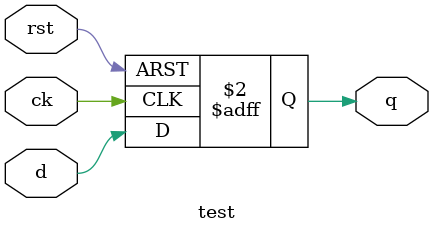
<source format=v>
module test (q, d, ck, rst);
  input d, ck, rst;
  output q;
  reg q;
  always @ (posedge ck or posedge rst) begin
    if (rst)
      q <= 0;
    else
      q <= d;
  end
endmodule

</source>
